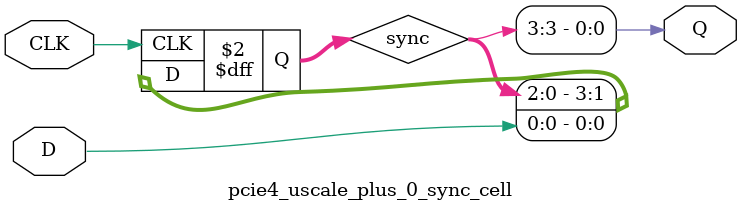
<source format=v>

`timescale 1ps / 1ps

(* DowngradeIPIdentifiedWarnings = "yes" *)
module pcie4_uscale_plus_0_sync_cell #
(
    parameter integer STAGE = 3
)
(
    //-------------------------------------------------------------------------- 
    //  Input Ports
    //-------------------------------------------------------------------------- 
    input                               CLK,
    input                               D,
    
    //-------------------------------------------------------------------------- 
    //  Output Ports
    //-------------------------------------------------------------------------- 
    output                              Q
);
    //-------------------------------------------------------------------------- 
    //  Synchronized Signals
    //--------------------------------------------------------------------------  
    (* ASYNC_REG = "TRUE", SHIFT_EXTRACT = "NO" *) reg [STAGE:0] sync;                                                            



//--------------------------------------------------------------------------------------------------
//  Synchronizier
//--------------------------------------------------------------------------------------------------
always @ (posedge CLK)
begin

    sync <= {sync[(STAGE-1):0], D};
            
end   



//--------------------------------------------------------------------------------------------------
//  Generate Output
//--------------------------------------------------------------------------------------------------
assign Q = sync[STAGE];



endmodule

</source>
